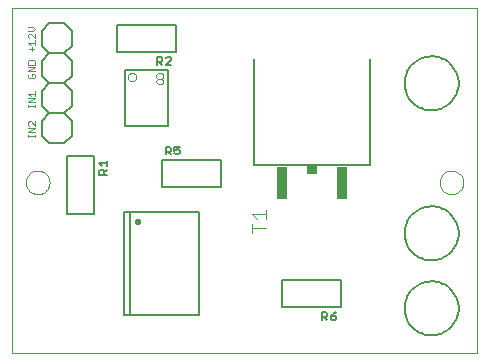
<source format=gto>
G75*
%MOIN*%
%OFA0B0*%
%FSLAX24Y24*%
%IPPOS*%
%LPD*%
%AMOC8*
5,1,8,0,0,1.08239X$1,22.5*
%
%ADD10C,0.0000*%
%ADD11C,0.0020*%
%ADD12C,0.0060*%
%ADD13C,0.0217*%
%ADD14C,0.0080*%
%ADD15C,0.0040*%
%ADD16R,0.0340X0.0300*%
%ADD17R,0.0354X0.1102*%
%ADD18C,0.0050*%
D10*
X000100Y000100D02*
X000100Y011596D01*
X015600Y011596D01*
X015600Y000100D01*
X000100Y000100D01*
X000576Y005800D02*
X000578Y005839D01*
X000584Y005878D01*
X000594Y005916D01*
X000607Y005953D01*
X000624Y005988D01*
X000644Y006022D01*
X000668Y006053D01*
X000695Y006082D01*
X000724Y006108D01*
X000756Y006131D01*
X000790Y006151D01*
X000826Y006167D01*
X000863Y006179D01*
X000902Y006188D01*
X000941Y006193D01*
X000980Y006194D01*
X001019Y006191D01*
X001058Y006184D01*
X001095Y006173D01*
X001132Y006159D01*
X001167Y006141D01*
X001200Y006120D01*
X001231Y006095D01*
X001259Y006068D01*
X001284Y006038D01*
X001306Y006005D01*
X001325Y005971D01*
X001340Y005935D01*
X001352Y005897D01*
X001360Y005859D01*
X001364Y005820D01*
X001364Y005780D01*
X001360Y005741D01*
X001352Y005703D01*
X001340Y005665D01*
X001325Y005629D01*
X001306Y005595D01*
X001284Y005562D01*
X001259Y005532D01*
X001231Y005505D01*
X001200Y005480D01*
X001167Y005459D01*
X001132Y005441D01*
X001095Y005427D01*
X001058Y005416D01*
X001019Y005409D01*
X000980Y005406D01*
X000941Y005407D01*
X000902Y005412D01*
X000863Y005421D01*
X000826Y005433D01*
X000790Y005449D01*
X000756Y005469D01*
X000724Y005492D01*
X000695Y005518D01*
X000668Y005547D01*
X000644Y005578D01*
X000624Y005612D01*
X000607Y005647D01*
X000594Y005684D01*
X000584Y005722D01*
X000578Y005761D01*
X000576Y005800D01*
X014366Y005800D02*
X014368Y005839D01*
X014374Y005878D01*
X014384Y005916D01*
X014397Y005953D01*
X014414Y005988D01*
X014434Y006022D01*
X014458Y006053D01*
X014485Y006082D01*
X014514Y006108D01*
X014546Y006131D01*
X014580Y006151D01*
X014616Y006167D01*
X014653Y006179D01*
X014692Y006188D01*
X014731Y006193D01*
X014770Y006194D01*
X014809Y006191D01*
X014848Y006184D01*
X014885Y006173D01*
X014922Y006159D01*
X014957Y006141D01*
X014990Y006120D01*
X015021Y006095D01*
X015049Y006068D01*
X015074Y006038D01*
X015096Y006005D01*
X015115Y005971D01*
X015130Y005935D01*
X015142Y005897D01*
X015150Y005859D01*
X015154Y005820D01*
X015154Y005780D01*
X015150Y005741D01*
X015142Y005703D01*
X015130Y005665D01*
X015115Y005629D01*
X015096Y005595D01*
X015074Y005562D01*
X015049Y005532D01*
X015021Y005505D01*
X014990Y005480D01*
X014957Y005459D01*
X014922Y005441D01*
X014885Y005427D01*
X014848Y005416D01*
X014809Y005409D01*
X014770Y005406D01*
X014731Y005407D01*
X014692Y005412D01*
X014653Y005421D01*
X014616Y005433D01*
X014580Y005449D01*
X014546Y005469D01*
X014514Y005492D01*
X014485Y005518D01*
X014458Y005547D01*
X014434Y005578D01*
X014414Y005612D01*
X014397Y005647D01*
X014384Y005684D01*
X014374Y005722D01*
X014368Y005761D01*
X014366Y005800D01*
D11*
X003970Y009310D02*
X003972Y009333D01*
X003978Y009355D01*
X003987Y009377D01*
X004000Y009396D01*
X004015Y009413D01*
X004033Y009427D01*
X004054Y009438D01*
X004076Y009446D01*
X004098Y009450D01*
X004122Y009450D01*
X004144Y009446D01*
X004166Y009438D01*
X004187Y009427D01*
X004205Y009413D01*
X004220Y009396D01*
X004233Y009377D01*
X004242Y009355D01*
X004248Y009333D01*
X004250Y009310D01*
X004248Y009287D01*
X004242Y009265D01*
X004233Y009243D01*
X004220Y009224D01*
X004205Y009207D01*
X004187Y009193D01*
X004166Y009182D01*
X004144Y009174D01*
X004122Y009170D01*
X004098Y009170D01*
X004076Y009174D01*
X004054Y009182D01*
X004033Y009193D01*
X004015Y009207D01*
X004000Y009224D01*
X003987Y009243D01*
X003978Y009265D01*
X003972Y009287D01*
X003970Y009310D01*
X000877Y009315D02*
X000841Y009279D01*
X000694Y009279D01*
X000657Y009315D01*
X000657Y009389D01*
X000694Y009425D01*
X000767Y009425D02*
X000767Y009352D01*
X000767Y009425D02*
X000841Y009425D01*
X000877Y009389D01*
X000877Y009315D01*
X000877Y009500D02*
X000657Y009500D01*
X000877Y009646D01*
X000657Y009646D01*
X000657Y009720D02*
X000657Y009831D01*
X000694Y009867D01*
X000841Y009867D01*
X000877Y009831D01*
X000877Y009720D01*
X000657Y009720D01*
X000767Y010168D02*
X000767Y010315D01*
X000731Y010389D02*
X000657Y010462D01*
X000877Y010462D01*
X000877Y010389D02*
X000877Y010536D01*
X000877Y010610D02*
X000731Y010757D01*
X000694Y010757D01*
X000657Y010720D01*
X000657Y010647D01*
X000694Y010610D01*
X000877Y010610D02*
X000877Y010757D01*
X000804Y010831D02*
X000657Y010831D01*
X000657Y010978D02*
X000804Y010978D01*
X000877Y010904D01*
X000804Y010831D01*
X000841Y010241D02*
X000694Y010241D01*
X000877Y008830D02*
X000877Y008684D01*
X000877Y008757D02*
X000657Y008757D01*
X000731Y008684D01*
X000657Y008609D02*
X000877Y008609D01*
X000657Y008463D01*
X000877Y008463D01*
X000877Y008389D02*
X000877Y008315D01*
X000877Y008352D02*
X000657Y008352D01*
X000657Y008315D02*
X000657Y008389D01*
X000694Y007830D02*
X000657Y007794D01*
X000657Y007720D01*
X000694Y007684D01*
X000657Y007609D02*
X000877Y007609D01*
X000657Y007463D01*
X000877Y007463D01*
X000877Y007389D02*
X000877Y007315D01*
X000877Y007352D02*
X000657Y007352D01*
X000657Y007315D02*
X000657Y007389D01*
X000877Y007684D02*
X000731Y007830D01*
X000694Y007830D01*
X000877Y007830D02*
X000877Y007684D01*
D12*
X001100Y007850D02*
X001350Y008100D01*
X001100Y008350D01*
X001100Y008850D01*
X001350Y009100D01*
X001850Y009100D01*
X002100Y008850D01*
X002100Y008350D01*
X001850Y008100D01*
X002100Y007850D01*
X002100Y007350D01*
X001850Y007100D01*
X001350Y007100D01*
X001100Y007350D01*
X001100Y007850D01*
X001350Y008100D02*
X001850Y008100D01*
X001850Y009100D02*
X002100Y009350D01*
X002100Y009850D01*
X001850Y010100D01*
X002100Y010350D01*
X002100Y010850D01*
X001850Y011100D01*
X001350Y011100D01*
X001100Y010850D01*
X001100Y010350D01*
X001350Y010100D01*
X001850Y010100D01*
X001350Y010100D02*
X001100Y009850D01*
X001100Y009350D01*
X001350Y009100D01*
X003270Y006519D02*
X003270Y006345D01*
X003270Y006432D02*
X003010Y006432D01*
X003097Y006345D01*
X003140Y006224D02*
X003183Y006181D01*
X003183Y006051D01*
X003183Y006137D02*
X003270Y006224D01*
X003140Y006224D02*
X003053Y006224D01*
X003010Y006181D01*
X003010Y006051D01*
X003270Y006051D01*
X003848Y004826D02*
X006352Y004826D01*
X006352Y001383D01*
X004051Y001383D01*
X004051Y004787D01*
X003848Y004826D02*
X003848Y001383D01*
X004051Y001383D01*
X010441Y001297D02*
X010571Y001297D01*
X010614Y001340D01*
X010614Y001427D01*
X010571Y001470D01*
X010441Y001470D01*
X010441Y001210D01*
X010527Y001297D02*
X010614Y001210D01*
X010735Y001253D02*
X010735Y001340D01*
X010865Y001340D01*
X010909Y001297D01*
X010909Y001253D01*
X010865Y001210D01*
X010779Y001210D01*
X010735Y001253D01*
X010735Y001340D02*
X010822Y001427D01*
X010909Y001470D01*
X005655Y006730D02*
X005568Y006730D01*
X005525Y006773D01*
X005525Y006860D02*
X005611Y006903D01*
X005655Y006903D01*
X005698Y006860D01*
X005698Y006773D01*
X005655Y006730D01*
X005525Y006860D02*
X005525Y006990D01*
X005698Y006990D01*
X005403Y006947D02*
X005403Y006860D01*
X005360Y006817D01*
X005230Y006817D01*
X005317Y006817D02*
X005403Y006730D01*
X005230Y006730D02*
X005230Y006990D01*
X005360Y006990D01*
X005403Y006947D01*
X005409Y009720D02*
X005235Y009720D01*
X005409Y009893D01*
X005409Y009937D01*
X005365Y009980D01*
X005279Y009980D01*
X005235Y009937D01*
X005114Y009937D02*
X005114Y009850D01*
X005071Y009807D01*
X004941Y009807D01*
X005027Y009807D02*
X005114Y009720D01*
X004941Y009720D02*
X004941Y009980D01*
X005071Y009980D01*
X005114Y009937D01*
D13*
X004313Y004478D03*
D14*
X002830Y004730D02*
X001930Y004730D01*
X001930Y006690D01*
X002830Y006690D01*
X002830Y004730D01*
X005120Y005650D02*
X005120Y006550D01*
X007080Y006550D01*
X007080Y005650D01*
X005120Y005650D01*
X008164Y006376D02*
X008164Y009921D01*
X005580Y010160D02*
X005580Y011060D01*
X003620Y011060D01*
X003620Y010160D01*
X005580Y010160D01*
X008164Y006376D02*
X012036Y006376D01*
X012036Y009921D01*
X011080Y002550D02*
X009120Y002550D01*
X009120Y001650D01*
X011080Y001650D01*
X011080Y002550D01*
D15*
X008580Y004273D02*
X008120Y004273D01*
X008120Y004120D02*
X008120Y004427D01*
X008273Y004580D02*
X008120Y004734D01*
X008580Y004734D01*
X008580Y004887D02*
X008580Y004580D01*
X005100Y009070D02*
X004980Y009070D01*
X004920Y009130D01*
X004920Y009190D01*
X004980Y009250D01*
X005100Y009250D01*
X005160Y009190D01*
X005160Y009130D01*
X005100Y009070D01*
X005100Y009250D02*
X005160Y009310D01*
X005160Y009370D01*
X005100Y009430D01*
X004980Y009430D01*
X004920Y009370D01*
X004920Y009310D01*
X004980Y009250D01*
D16*
X010100Y006210D03*
D17*
X011100Y005785D03*
X009100Y005785D03*
D18*
X005310Y007670D02*
X005310Y009530D01*
X003890Y009530D01*
X003890Y007670D01*
X005310Y007670D01*
X013200Y009100D02*
X013202Y009159D01*
X013208Y009219D01*
X013218Y009277D01*
X013231Y009335D01*
X013249Y009392D01*
X013270Y009448D01*
X013295Y009502D01*
X013323Y009554D01*
X013355Y009605D01*
X013390Y009653D01*
X013428Y009699D01*
X013469Y009742D01*
X013513Y009782D01*
X013559Y009819D01*
X013608Y009853D01*
X013659Y009884D01*
X013711Y009912D01*
X013766Y009936D01*
X013822Y009956D01*
X013879Y009972D01*
X013937Y009985D01*
X013996Y009994D01*
X014055Y009999D01*
X014115Y010000D01*
X014174Y009997D01*
X014233Y009990D01*
X014292Y009979D01*
X014350Y009965D01*
X014406Y009946D01*
X014462Y009924D01*
X014515Y009899D01*
X014567Y009869D01*
X014617Y009837D01*
X014664Y009801D01*
X014710Y009762D01*
X014752Y009720D01*
X014792Y009676D01*
X014828Y009629D01*
X014861Y009580D01*
X014892Y009528D01*
X014918Y009475D01*
X014941Y009420D01*
X014960Y009364D01*
X014976Y009306D01*
X014988Y009248D01*
X014996Y009189D01*
X015000Y009130D01*
X015000Y009070D01*
X014996Y009011D01*
X014988Y008952D01*
X014976Y008894D01*
X014960Y008836D01*
X014941Y008780D01*
X014918Y008725D01*
X014892Y008672D01*
X014861Y008620D01*
X014828Y008571D01*
X014792Y008524D01*
X014752Y008480D01*
X014710Y008438D01*
X014664Y008399D01*
X014617Y008363D01*
X014567Y008331D01*
X014515Y008301D01*
X014462Y008276D01*
X014406Y008254D01*
X014350Y008235D01*
X014292Y008221D01*
X014233Y008210D01*
X014174Y008203D01*
X014115Y008200D01*
X014055Y008201D01*
X013996Y008206D01*
X013937Y008215D01*
X013879Y008228D01*
X013822Y008244D01*
X013766Y008264D01*
X013711Y008288D01*
X013659Y008316D01*
X013608Y008347D01*
X013559Y008381D01*
X013513Y008418D01*
X013469Y008458D01*
X013428Y008501D01*
X013390Y008547D01*
X013355Y008595D01*
X013323Y008646D01*
X013295Y008698D01*
X013270Y008752D01*
X013249Y008808D01*
X013231Y008865D01*
X013218Y008923D01*
X013208Y008981D01*
X013202Y009041D01*
X013200Y009100D01*
X013200Y004100D02*
X013202Y004159D01*
X013208Y004219D01*
X013218Y004277D01*
X013231Y004335D01*
X013249Y004392D01*
X013270Y004448D01*
X013295Y004502D01*
X013323Y004554D01*
X013355Y004605D01*
X013390Y004653D01*
X013428Y004699D01*
X013469Y004742D01*
X013513Y004782D01*
X013559Y004819D01*
X013608Y004853D01*
X013659Y004884D01*
X013711Y004912D01*
X013766Y004936D01*
X013822Y004956D01*
X013879Y004972D01*
X013937Y004985D01*
X013996Y004994D01*
X014055Y004999D01*
X014115Y005000D01*
X014174Y004997D01*
X014233Y004990D01*
X014292Y004979D01*
X014350Y004965D01*
X014406Y004946D01*
X014462Y004924D01*
X014515Y004899D01*
X014567Y004869D01*
X014617Y004837D01*
X014664Y004801D01*
X014710Y004762D01*
X014752Y004720D01*
X014792Y004676D01*
X014828Y004629D01*
X014861Y004580D01*
X014892Y004528D01*
X014918Y004475D01*
X014941Y004420D01*
X014960Y004364D01*
X014976Y004306D01*
X014988Y004248D01*
X014996Y004189D01*
X015000Y004130D01*
X015000Y004070D01*
X014996Y004011D01*
X014988Y003952D01*
X014976Y003894D01*
X014960Y003836D01*
X014941Y003780D01*
X014918Y003725D01*
X014892Y003672D01*
X014861Y003620D01*
X014828Y003571D01*
X014792Y003524D01*
X014752Y003480D01*
X014710Y003438D01*
X014664Y003399D01*
X014617Y003363D01*
X014567Y003331D01*
X014515Y003301D01*
X014462Y003276D01*
X014406Y003254D01*
X014350Y003235D01*
X014292Y003221D01*
X014233Y003210D01*
X014174Y003203D01*
X014115Y003200D01*
X014055Y003201D01*
X013996Y003206D01*
X013937Y003215D01*
X013879Y003228D01*
X013822Y003244D01*
X013766Y003264D01*
X013711Y003288D01*
X013659Y003316D01*
X013608Y003347D01*
X013559Y003381D01*
X013513Y003418D01*
X013469Y003458D01*
X013428Y003501D01*
X013390Y003547D01*
X013355Y003595D01*
X013323Y003646D01*
X013295Y003698D01*
X013270Y003752D01*
X013249Y003808D01*
X013231Y003865D01*
X013218Y003923D01*
X013208Y003981D01*
X013202Y004041D01*
X013200Y004100D01*
X013200Y001600D02*
X013202Y001659D01*
X013208Y001719D01*
X013218Y001777D01*
X013231Y001835D01*
X013249Y001892D01*
X013270Y001948D01*
X013295Y002002D01*
X013323Y002054D01*
X013355Y002105D01*
X013390Y002153D01*
X013428Y002199D01*
X013469Y002242D01*
X013513Y002282D01*
X013559Y002319D01*
X013608Y002353D01*
X013659Y002384D01*
X013711Y002412D01*
X013766Y002436D01*
X013822Y002456D01*
X013879Y002472D01*
X013937Y002485D01*
X013996Y002494D01*
X014055Y002499D01*
X014115Y002500D01*
X014174Y002497D01*
X014233Y002490D01*
X014292Y002479D01*
X014350Y002465D01*
X014406Y002446D01*
X014462Y002424D01*
X014515Y002399D01*
X014567Y002369D01*
X014617Y002337D01*
X014664Y002301D01*
X014710Y002262D01*
X014752Y002220D01*
X014792Y002176D01*
X014828Y002129D01*
X014861Y002080D01*
X014892Y002028D01*
X014918Y001975D01*
X014941Y001920D01*
X014960Y001864D01*
X014976Y001806D01*
X014988Y001748D01*
X014996Y001689D01*
X015000Y001630D01*
X015000Y001570D01*
X014996Y001511D01*
X014988Y001452D01*
X014976Y001394D01*
X014960Y001336D01*
X014941Y001280D01*
X014918Y001225D01*
X014892Y001172D01*
X014861Y001120D01*
X014828Y001071D01*
X014792Y001024D01*
X014752Y000980D01*
X014710Y000938D01*
X014664Y000899D01*
X014617Y000863D01*
X014567Y000831D01*
X014515Y000801D01*
X014462Y000776D01*
X014406Y000754D01*
X014350Y000735D01*
X014292Y000721D01*
X014233Y000710D01*
X014174Y000703D01*
X014115Y000700D01*
X014055Y000701D01*
X013996Y000706D01*
X013937Y000715D01*
X013879Y000728D01*
X013822Y000744D01*
X013766Y000764D01*
X013711Y000788D01*
X013659Y000816D01*
X013608Y000847D01*
X013559Y000881D01*
X013513Y000918D01*
X013469Y000958D01*
X013428Y001001D01*
X013390Y001047D01*
X013355Y001095D01*
X013323Y001146D01*
X013295Y001198D01*
X013270Y001252D01*
X013249Y001308D01*
X013231Y001365D01*
X013218Y001423D01*
X013208Y001481D01*
X013202Y001541D01*
X013200Y001600D01*
M02*

</source>
